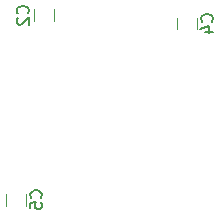
<source format=gbo>
G04 #@! TF.FileFunction,Legend,Bot*
%FSLAX46Y46*%
G04 Gerber Fmt 4.6, Leading zero omitted, Abs format (unit mm)*
G04 Created by KiCad (PCBNEW 4.0.6) date Saturday, October 28, 2017 'PMt' 05:20:16 PM*
%MOMM*%
%LPD*%
G01*
G04 APERTURE LIST*
%ADD10C,0.100000*%
%ADD11C,0.120000*%
%ADD12C,0.150000*%
G04 APERTURE END LIST*
D10*
D11*
X106360000Y-65990000D02*
X106360000Y-64990000D01*
X108060000Y-64990000D02*
X108060000Y-65990000D01*
X120150000Y-65680000D02*
X120150000Y-66680000D01*
X118450000Y-66680000D02*
X118450000Y-65680000D01*
X105690000Y-80600000D02*
X105690000Y-81600000D01*
X103990000Y-81600000D02*
X103990000Y-80600000D01*
D12*
X105817143Y-65323334D02*
X105864762Y-65275715D01*
X105912381Y-65132858D01*
X105912381Y-65037620D01*
X105864762Y-64894762D01*
X105769524Y-64799524D01*
X105674286Y-64751905D01*
X105483810Y-64704286D01*
X105340952Y-64704286D01*
X105150476Y-64751905D01*
X105055238Y-64799524D01*
X104960000Y-64894762D01*
X104912381Y-65037620D01*
X104912381Y-65132858D01*
X104960000Y-65275715D01*
X105007619Y-65323334D01*
X105007619Y-65704286D02*
X104960000Y-65751905D01*
X104912381Y-65847143D01*
X104912381Y-66085239D01*
X104960000Y-66180477D01*
X105007619Y-66228096D01*
X105102857Y-66275715D01*
X105198095Y-66275715D01*
X105340952Y-66228096D01*
X105912381Y-65656667D01*
X105912381Y-66275715D01*
X121407143Y-66013334D02*
X121454762Y-65965715D01*
X121502381Y-65822858D01*
X121502381Y-65727620D01*
X121454762Y-65584762D01*
X121359524Y-65489524D01*
X121264286Y-65441905D01*
X121073810Y-65394286D01*
X120930952Y-65394286D01*
X120740476Y-65441905D01*
X120645238Y-65489524D01*
X120550000Y-65584762D01*
X120502381Y-65727620D01*
X120502381Y-65822858D01*
X120550000Y-65965715D01*
X120597619Y-66013334D01*
X120835714Y-66870477D02*
X121502381Y-66870477D01*
X120454762Y-66632381D02*
X121169048Y-66394286D01*
X121169048Y-67013334D01*
X106947143Y-80933334D02*
X106994762Y-80885715D01*
X107042381Y-80742858D01*
X107042381Y-80647620D01*
X106994762Y-80504762D01*
X106899524Y-80409524D01*
X106804286Y-80361905D01*
X106613810Y-80314286D01*
X106470952Y-80314286D01*
X106280476Y-80361905D01*
X106185238Y-80409524D01*
X106090000Y-80504762D01*
X106042381Y-80647620D01*
X106042381Y-80742858D01*
X106090000Y-80885715D01*
X106137619Y-80933334D01*
X106042381Y-81838096D02*
X106042381Y-81361905D01*
X106518571Y-81314286D01*
X106470952Y-81361905D01*
X106423333Y-81457143D01*
X106423333Y-81695239D01*
X106470952Y-81790477D01*
X106518571Y-81838096D01*
X106613810Y-81885715D01*
X106851905Y-81885715D01*
X106947143Y-81838096D01*
X106994762Y-81790477D01*
X107042381Y-81695239D01*
X107042381Y-81457143D01*
X106994762Y-81361905D01*
X106947143Y-81314286D01*
M02*

</source>
